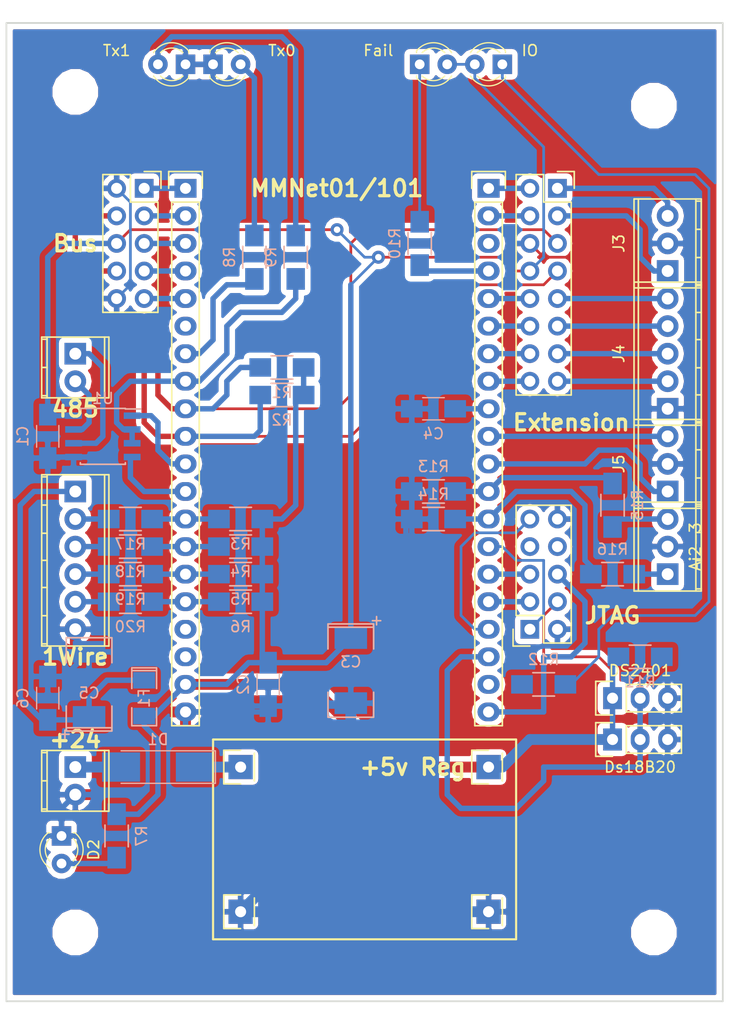
<source format=kicad_pcb>
(kicad_pcb (version 4) (host pcbnew 4.0.7)
  (layers (0 F.Cu signal) (31 B.Cu signal) (34 B.Paste user) (35 F.Paste user) (36 B.SilkS user) (37 F.SilkS user) (38 B.Mask user) (39 F.Mask user) (44 Edge.Cuts user))
  (net 0 "")
  (net 1 +5V)
  (net 2 GND)
  (net 3 /ARef)
  (net 4 "Net-(C5-Pad1)")
  (net 5 "Net-(D1-Pad1)")
  (net 6 "Net-(D1-Pad2)")
  (net 7 "Net-(D2-Pad2)")
  (net 8 "Net-(D3-Pad2)")
  (net 9 "Net-(D4-Pad2)")
  (net 10 "Net-(D5-Pad1)")
  (net 11 "Net-(D6-Pad1)")
  (net 12 "Net-(J2-Pad2)")
  (net 13 "Net-(J2-Pad1)")
  (net 14 "Net-(J3-Pad3)")
  (net 15 "Net-(J3-Pad1)")
  (net 16 "Net-(J4-Pad4)")
  (net 17 "Net-(J4-Pad2)")
  (net 18 "Net-(J4-Pad3)")
  (net 19 "Net-(J4-Pad5)")
  (net 20 /ADC0)
  (net 21 /ADC1)
  (net 22 "Net-(J6-Pad3)")
  (net 23 "Net-(J6-Pad1)")
  (net 24 "Net-(J7-Pad4)")
  (net 25 "Net-(J7-Pad2)")
  (net 26 "Net-(J7-Pad3)")
  (net 27 "Net-(J7-Pad5)")
  (net 28 /~SS0)
  (net 29 /I2C_SDA)
  (net 30 /SPI_SCK)
  (net 31 /SPI_MOSI)
  (net 32 /I2C_SCL)
  (net 33 /SPI_MISO)
  (net 34 /~SS1)
  (net 35 /TxE0)
  (net 36 /TxE1)
  (net 37 /RxD1)
  (net 38 /TxD1)
  (net 39 /1Wire_B0)
  (net 40 /1Wire_B1)
  (net 41 /1Wire_B2)
  (net 42 /1Wire_B3)
  (net 43 /LED_Fail)
  (net 44 /TxD0)
  (net 45 /RxD0)
  (net 46 /ADC2)
  (net 47 /ADC3)
  (net 48 /ADC4/TCK)
  (net 49 /ADC5/TMS)
  (net 50 /ADC6/TDO)
  (net 51 /ADC7/TDI)
  (net 52 /1Wire)
  (net 53 /LED_Io)
  (net 54 /~Reset)
  (net 55 "Net-(P10-Pad2)")
  (net 56 "Net-(P10-Pad4)")
  (net 57 "Net-(P10-Pad10)")
  (net 58 "Net-(P10-Pad12)")
  (module Capacitors_SMD:C_1206_HandSoldering (layer B.Cu) (at 107.95 80.01 270)
    (fp_text reference C1 (at 0 2.3 270) (layer B.SilkS) (effects (justify mirror)))
    (fp_text value 0,1)
    (pad 1 smd rect (at -2 0 270) (size 2 1.6) (layers B.Cu B.Paste B.Mask) (net 1 +5V))
    (pad 2 smd rect (at 2 0 270) (size 2 1.6) (layers B.Cu B.Paste B.Mask) (net 2 GND))
  )
  (module Capacitors_SMD:C_1206_HandSoldering (layer B.Cu) (at 128.27 102.87 270)
    (fp_text reference C2 (at 0 2.3 270) (layer B.SilkS) (effects (justify mirror)))
    (fp_text value 0,1)
    (pad 1 smd rect (at -2 0 270) (size 2 1.6) (layers B.Cu B.Paste B.Mask) (net 1 +5V))
    (pad 2 smd rect (at 2 0 270) (size 2 1.6) (layers B.Cu B.Paste B.Mask) (net 2 GND))
  )
  (module SMD_Packages:SMD-2512_Pol (layer B.Cu) (at 135.89 101.6 270)
    (fp_text reference C3 (at -0.8001 0 540) (layer B.SilkS) (effects (justify mirror)))
    (fp_text value 100,0)
    (fp_text user + (at -4.59994 -2.30124 270) (layer B.SilkS) (effects (justify mirror)))
    (pad 1 smd rect (at -2.99974 0 270) (size 1.99898 2.99974) (layers B.Cu B.Paste B.Mask) (net 1 +5V))
    (pad 2 smd rect (at 2.99974 0 270) (size 1.99898 2.99974) (layers B.Cu B.Paste B.Mask) (net 2 GND))
  )
  (module Capacitors_SMD:C_1206_HandSoldering (layer B.Cu) (at 143.51 77.47)
    (fp_text reference C4 (at 0 2.3) (layer B.SilkS) (effects (justify mirror)))
    (fp_text value 0,1)
    (pad 1 smd rect (at -2 0) (size 2 1.6) (layers B.Cu B.Paste B.Mask) (net 2 GND))
    (pad 2 smd rect (at 2 0) (size 2 1.6) (layers B.Cu B.Paste B.Mask) (net 3 /ARef))
  )
  (module SMD_Packages:SMD-2512_Pol (layer B.Cu) (at 111.76 102.87 90)
    (fp_text reference C5 (at -0.8001 0 360) (layer B.SilkS) (effects (justify mirror)))
    (fp_text value 10,0)
    (fp_text user + (at -4.59994 -2.30124 90) (layer B.SilkS) (effects (justify mirror)))
    (pad 1 smd rect (at -2.99974 0 90) (size 1.99898 2.99974) (layers B.Cu B.Paste B.Mask) (net 4 "Net-(C5-Pad1)"))
    (pad 2 smd rect (at 2.99974 0 90) (size 1.99898 2.99974) (layers B.Cu B.Paste B.Mask) (net 2 GND))
  )
  (module Capacitors_SMD:C_1206_HandSoldering (layer B.Cu) (at 107.95 104.14 270)
    (fp_text reference C6 (at 0 2.3 270) (layer B.SilkS) (effects (justify mirror)))
    (fp_text value 0,1)
    (pad 1 smd rect (at -2 0 270) (size 2 1.6) (layers B.Cu B.Paste B.Mask) (net 2 GND))
    (pad 2 smd rect (at 2 0 270) (size 2 1.6) (layers B.Cu B.Paste B.Mask) (net 4 "Net-(C5-Pad1)"))
  )
  (module Diodes_SMD:D_MELF_Handsoldering (layer B.Cu) (at 118.11 110.49 180)
    (fp_text reference D1 (at 0 2.54 180) (layer B.SilkS) (effects (justify mirror)))
    (fp_text value D)
    (pad 1 smd rect (at -3.4 0 180) (size 3.5 2.7) (layers B.Cu B.Paste B.Mask) (net 5 "Net-(D1-Pad1)"))
    (pad 2 smd rect (at 3.4 0 180) (size 3.5 2.7) (layers B.Cu B.Paste B.Mask) (net 6 "Net-(D1-Pad2)"))
  )
  (module SMD_Packages:SMD-1206_Pol (layer B.Cu) (at 116.84 104.14 270)
    (fp_text reference F1 (at 0 0 270) (layer B.SilkS) (effects (justify mirror)))
    (fp_text value 0,1A)
    (pad 1 smd rect (at -1.651 0 270) (size 1.524 2.032) (layers B.Cu B.Paste B.Mask) (net 4 "Net-(C5-Pad1)"))
    (pad 2 smd rect (at 1.651 0 270) (size 1.524 2.032) (layers B.Cu B.Paste B.Mask) (net 1 +5V))
  )
  (module Connectors_Terminal_Blocks:TerminalBlock_Pheonix_MPT-2.54mm_2pol (layer F.Cu) (at 110.49 110.49 270)
    (fp_text reference J1 hide)
    (fp_text value 24V)
    (pad 2 thru_hole oval (at 2.54 0 270) (size 1.99898 1.99898) (drill 1.09728) (layers *.Cu *.Mask) (net 2 GND))
    (pad 1 thru_hole rect (at 0 0 270) (size 1.99898 1.99898) (drill 1.09728) (layers *.Cu *.Mask) (net 6 "Net-(D1-Pad2)"))
  )
  (module Connectors_Terminal_Blocks:TerminalBlock_Pheonix_MPT-2.54mm_2pol (layer F.Cu) (at 110.49 72.39 270)
    (fp_text reference J2 hide)
    (fp_text value RS485)
    (pad 2 thru_hole oval (at 2.54 0 270) (size 1.99898 1.99898) (drill 1.09728) (layers *.Cu *.Mask) (net 12 "Net-(J2-Pad2)"))
    (pad 1 thru_hole rect (at 0 0 270) (size 1.99898 1.99898) (drill 1.09728) (layers *.Cu *.Mask) (net 13 "Net-(J2-Pad1)"))
  )
  (module Connectors_Terminal_Blocks:TerminalBlock_Pheonix_MPT-2.54mm_3pol (layer F.Cu) (at 165.1 64.77 90)
    (fp_text reference J3 (at 2.54 -4.50088 90) (layer F.SilkS))
    (fp_text value Ext_IO_0)
    (pad 3 thru_hole oval (at 5.08 0 90) (size 1.99898 1.99898) (drill 1.09728) (layers *.Cu *.Mask) (net 14 "Net-(J3-Pad3)"))
    (pad 1 thru_hole rect (at 0 0 90) (size 1.99898 1.99898) (drill 1.09728) (layers *.Cu *.Mask) (net 15 "Net-(J3-Pad1)"))
    (pad 2 thru_hole oval (at 2.54 0 90) (size 1.99898 1.99898) (drill 1.09728) (layers *.Cu *.Mask) (net 2 GND))
  )
  (module Connectors_Terminal_Blocks:TerminalBlock_Pheonix_MPT-2.54mm_5pol (layer F.Cu) (at 165.1 77.47 90)
    (fp_text reference J4 (at 5.08 -4.50088 90) (layer F.SilkS))
    (fp_text value Ext_IO_1)
    (pad 4 thru_hole oval (at 7.62 0 270) (size 1.99898 1.99898) (drill 1.09728) (layers *.Cu *.Mask) (net 16 "Net-(J4-Pad4)"))
    (pad 1 thru_hole rect (at 0 0 270) (size 1.99898 1.99898) (drill 1.09728) (layers *.Cu *.Mask) (net 2 GND))
    (pad 2 thru_hole oval (at 2.54 0 270) (size 1.99898 1.99898) (drill 1.09728) (layers *.Cu *.Mask) (net 17 "Net-(J4-Pad2)"))
    (pad 3 thru_hole oval (at 5.08 0 270) (size 1.99898 1.99898) (drill 1.09728) (layers *.Cu *.Mask) (net 18 "Net-(J4-Pad3)"))
    (pad 5 thru_hole oval (at 10.16 0 270) (size 1.99898 1.99898) (drill 1.09728) (layers *.Cu *.Mask) (net 19 "Net-(J4-Pad5)"))
  )
  (module Connectors_Terminal_Blocks:TerminalBlock_Pheonix_MPT-2.54mm_3pol (layer F.Cu) (at 165.1 85.09 90)
    (fp_text reference J5 (at 2.54 -4.50088 90) (layer F.SilkS))
    (fp_text value Ai0-1)
    (pad 3 thru_hole oval (at 5.08 0 90) (size 1.99898 1.99898) (drill 1.09728) (layers *.Cu *.Mask) (net 20 /ADC0))
    (pad 1 thru_hole rect (at 0 0 90) (size 1.99898 1.99898) (drill 1.09728) (layers *.Cu *.Mask) (net 21 /ADC1))
    (pad 2 thru_hole oval (at 2.54 0 90) (size 1.99898 1.99898) (drill 1.09728) (layers *.Cu *.Mask) (net 2 GND))
  )
  (module Connectors_Terminal_Blocks:TerminalBlock_Pheonix_MPT-2.54mm_3pol (layer F.Cu) (at 165.1 92.71 90)
    (fp_text reference J6 hide)
    (fp_text value Ai2-3 (at 2.54 2.54 90) (layer F.SilkS))
    (pad 3 thru_hole oval (at 5.08 0 90) (size 1.99898 1.99898) (drill 1.09728) (layers *.Cu *.Mask) (net 22 "Net-(J6-Pad3)"))
    (pad 1 thru_hole rect (at 0 0 90) (size 1.99898 1.99898) (drill 1.09728) (layers *.Cu *.Mask) (net 23 "Net-(J6-Pad1)"))
    (pad 2 thru_hole oval (at 2.54 0 90) (size 1.99898 1.99898) (drill 1.09728) (layers *.Cu *.Mask) (net 2 GND))
  )
  (module Connectors_Terminal_Blocks:TerminalBlock_Pheonix_MPT-2.54mm_6pol (layer F.Cu) (at 110.49 85.09 270)
    (fp_text reference J7 hide)
    (fp_text value 1Wire)
    (pad 4 thru_hole oval (at 7.62 0 90) (size 1.99898 1.99898) (drill 1.09728) (layers *.Cu *.Mask) (net 24 "Net-(J7-Pad4)"))
    (pad 1 thru_hole rect (at 0 0 90) (size 1.99898 1.99898) (drill 1.09728) (layers *.Cu *.Mask) (net 4 "Net-(C5-Pad1)"))
    (pad 2 thru_hole oval (at 2.54 0 90) (size 1.99898 1.99898) (drill 1.09728) (layers *.Cu *.Mask) (net 25 "Net-(J7-Pad2)"))
    (pad 3 thru_hole oval (at 5.08 0 90) (size 1.99898 1.99898) (drill 1.09728) (layers *.Cu *.Mask) (net 26 "Net-(J7-Pad3)"))
    (pad 5 thru_hole oval (at 10.16 0 90) (size 1.99898 1.99898) (drill 1.09728) (layers *.Cu *.Mask) (net 27 "Net-(J7-Pad5)"))
    (pad 6 thru_hole oval (at 12.7 0 90) (size 1.99898 1.99898) (drill 1.09728) (layers *.Cu *.Mask) (net 2 GND))
  )
  (module Socket_Strips:Socket_Strip_Straight_1x01 (layer F.Cu) (at 125.73 110.49)
    (fp_text reference P1 hide)
    (fp_text value VR+In)
    (pad 1 thru_hole rect (at 0 0) (size 2.2352 2.2352) (drill 1.016) (layers *.Cu *.Mask) (net 5 "Net-(D1-Pad1)"))
  )
  (module Socket_Strips:Socket_Strip_Straight_1x01 (layer F.Cu) (at 125.73 123.825)
    (fp_text reference P2 hide)
    (fp_text value VR-In)
    (pad 1 thru_hole rect (at 0 0) (size 2.2352 2.2352) (drill 1.016) (layers *.Cu *.Mask) (net 2 GND))
  )
  (module Socket_Strips:Socket_Strip_Straight_2x05 (layer F.Cu) (at 116.84 57.15 270)
    (fp_text reference P3 hide)
    (fp_text value Bus)
    (pad 1 thru_hole rect (at 0 0 270) (size 1.7272 1.7272) (drill 1.016) (layers *.Cu *.Mask) (net 28 /~SS0))
    (pad 2 thru_hole oval (at 0 2.54 270) (size 1.7272 1.7272) (drill 1.016) (layers *.Cu *.Mask) (net 2 GND))
    (pad 3 thru_hole oval (at 2.54 0 270) (size 1.7272 1.7272) (drill 1.016) (layers *.Cu *.Mask) (net 30 /SPI_SCK))
    (pad 4 thru_hole oval (at 2.54 2.54 270) (size 1.7272 1.7272) (drill 1.016) (layers *.Cu *.Mask) (net 29 /I2C_SDA))
    (pad 5 thru_hole oval (at 5.08 0 270) (size 1.7272 1.7272) (drill 1.016) (layers *.Cu *.Mask) (net 31 /SPI_MOSI))
    (pad 6 thru_hole oval (at 5.08 2.54 270) (size 1.7272 1.7272) (drill 1.016) (layers *.Cu *.Mask) (net 1 +5V))
    (pad 7 thru_hole oval (at 7.62 0 270) (size 1.7272 1.7272) (drill 1.016) (layers *.Cu *.Mask) (net 33 /SPI_MISO))
    (pad 8 thru_hole oval (at 7.62 2.54 270) (size 1.7272 1.7272) (drill 1.016) (layers *.Cu *.Mask) (net 32 /I2C_SCL))
    (pad 9 thru_hole oval (at 10.16 0 270) (size 1.7272 1.7272) (drill 1.016) (layers *.Cu *.Mask) (net 34 /~SS1))
    (pad 10 thru_hole oval (at 10.16 2.54 270) (size 1.7272 1.7272) (drill 1.016) (layers *.Cu *.Mask) (net 2 GND))
  )
  (module Socket_Strips:Socket_Strip_Straight_1x01 (layer F.Cu) (at 148.59 110.49)
    (fp_text reference P4 hide)
    (fp_text value VR+Out)
    (pad 1 thru_hole rect (at 0 0) (size 2.2352 2.2352) (drill 1.016) (layers *.Cu *.Mask) (net 1 +5V))
  )
  (module Socket_Strips:Socket_Strip_Straight_1x01 (layer F.Cu) (at 148.59 123.825)
    (fp_text reference P5 hide)
    (fp_text value VR-Out)
    (pad 1 thru_hole rect (at 0 0) (size 2.2352 2.2352) (drill 1.016) (layers *.Cu *.Mask) (net 2 GND))
  )
  (module Socket_Strips:Socket_Strip_Straight_1x20 (layer F.Cu) (at 120.65 57.15 270)
    (fp_text reference P6 hide)
    (fp_text value MMNet_L)
    (pad 1 thru_hole rect (at 0 0 270) (size 1.7272 2.032) (drill 1.016) (layers *.Cu *.Mask) (net 28 /~SS0))
    (pad 2 thru_hole oval (at 2.54 0 270) (size 1.7272 2.032) (drill 1.016) (layers *.Cu *.Mask) (net 30 /SPI_SCK))
    (pad 3 thru_hole oval (at 5.08 0 270) (size 1.7272 2.032) (drill 1.016) (layers *.Cu *.Mask) (net 31 /SPI_MOSI))
    (pad 4 thru_hole oval (at 7.62 0 270) (size 1.7272 2.032) (drill 1.016) (layers *.Cu *.Mask) (net 33 /SPI_MISO))
    (pad 5 thru_hole oval (at 10.16 0 270) (size 1.7272 2.032) (drill 1.016) (layers *.Cu *.Mask) (net 34 /~SS1))
    (pad 6 thru_hole oval (at 12.7 0 270) (size 1.7272 2.032) (drill 1.016) (layers *.Cu *.Mask))
    (pad 7 thru_hole oval (at 15.24 0 270) (size 1.7272 2.032) (drill 1.016) (layers *.Cu *.Mask) (net 35 /TxE0))
    (pad 8 thru_hole oval (at 17.78 0 270) (size 1.7272 2.032) (drill 1.016) (layers *.Cu *.Mask) (net 36 /TxE1))
    (pad 9 thru_hole oval (at 20.32 0 270) (size 1.7272 2.032) (drill 1.016) (layers *.Cu *.Mask) (net 32 /I2C_SCL))
    (pad 10 thru_hole oval (at 22.86 0 270) (size 1.7272 2.032) (drill 1.016) (layers *.Cu *.Mask) (net 29 /I2C_SDA))
    (pad 11 thru_hole oval (at 25.4 0 270) (size 1.7272 2.032) (drill 1.016) (layers *.Cu *.Mask) (net 37 /RxD1))
    (pad 12 thru_hole oval (at 27.94 0 270) (size 1.7272 2.032) (drill 1.016) (layers *.Cu *.Mask) (net 38 /TxD1))
    (pad 13 thru_hole oval (at 30.48 0 270) (size 1.7272 2.032) (drill 1.016) (layers *.Cu *.Mask) (net 39 /1Wire_B0))
    (pad 14 thru_hole oval (at 33.02 0 270) (size 1.7272 2.032) (drill 1.016) (layers *.Cu *.Mask) (net 40 /1Wire_B1))
    (pad 15 thru_hole oval (at 35.56 0 270) (size 1.7272 2.032) (drill 1.016) (layers *.Cu *.Mask) (net 41 /1Wire_B2))
    (pad 16 thru_hole oval (at 38.1 0 270) (size 1.7272 2.032) (drill 1.016) (layers *.Cu *.Mask) (net 42 /1Wire_B3))
    (pad 17 thru_hole oval (at 40.64 0 270) (size 1.7272 2.032) (drill 1.016) (layers *.Cu *.Mask))
    (pad 18 thru_hole oval (at 43.18 0 270) (size 1.7272 2.032) (drill 1.016) (layers *.Cu *.Mask))
    (pad 19 thru_hole oval (at 45.72 0 270) (size 1.7272 2.032) (drill 1.016) (layers *.Cu *.Mask) (net 1 +5V))
    (pad 20 thru_hole oval (at 48.26 0 270) (size 1.7272 2.032) (drill 1.016) (layers *.Cu *.Mask) (net 2 GND))
  )
  (module Socket_Strips:Socket_Strip_Straight_1x20 (layer F.Cu) (at 148.59 57.15 270)
    (fp_text reference P7 hide)
    (fp_text value MMNet_R)
    (pad 1 thru_hole rect (at 0 0 270) (size 1.7272 2.032) (drill 1.016) (layers *.Cu *.Mask) (net 55 "Net-(P10-Pad2)"))
    (pad 2 thru_hole oval (at 2.54 0 270) (size 1.7272 2.032) (drill 1.016) (layers *.Cu *.Mask) (net 56 "Net-(P10-Pad4)"))
    (pad 3 thru_hole oval (at 5.08 0 270) (size 1.7272 2.032) (drill 1.016) (layers *.Cu *.Mask))
    (pad 4 thru_hole oval (at 7.62 0 270) (size 1.7272 2.032) (drill 1.016) (layers *.Cu *.Mask) (net 43 /LED_Fail))
    (pad 5 thru_hole oval (at 10.16 0 270) (size 1.7272 2.032) (drill 1.016) (layers *.Cu *.Mask) (net 57 "Net-(P10-Pad10)"))
    (pad 6 thru_hole oval (at 12.7 0 270) (size 1.7272 2.032) (drill 1.016) (layers *.Cu *.Mask) (net 58 "Net-(P10-Pad12)"))
    (pad 7 thru_hole oval (at 15.24 0 270) (size 1.7272 2.032) (drill 1.016) (layers *.Cu *.Mask) (net 44 /TxD0))
    (pad 8 thru_hole oval (at 17.78 0 270) (size 1.7272 2.032) (drill 1.016) (layers *.Cu *.Mask) (net 45 /RxD0))
    (pad 9 thru_hole oval (at 20.32 0 270) (size 1.7272 2.032) (drill 1.016) (layers *.Cu *.Mask) (net 3 /ARef))
    (pad 10 thru_hole oval (at 22.86 0 270) (size 1.7272 2.032) (drill 1.016) (layers *.Cu *.Mask) (net 20 /ADC0))
    (pad 11 thru_hole oval (at 25.4 0 270) (size 1.7272 2.032) (drill 1.016) (layers *.Cu *.Mask) (net 21 /ADC1))
    (pad 12 thru_hole oval (at 27.94 0 270) (size 1.7272 2.032) (drill 1.016) (layers *.Cu *.Mask) (net 46 /ADC2))
    (pad 13 thru_hole oval (at 30.48 0 270) (size 1.7272 2.032) (drill 1.016) (layers *.Cu *.Mask) (net 47 /ADC3))
    (pad 14 thru_hole oval (at 33.02 0 270) (size 1.7272 2.032) (drill 1.016) (layers *.Cu *.Mask) (net 48 /ADC4/TCK))
    (pad 15 thru_hole oval (at 35.56 0 270) (size 1.7272 2.032) (drill 1.016) (layers *.Cu *.Mask) (net 49 /ADC5/TMS))
    (pad 16 thru_hole oval (at 38.1 0 270) (size 1.7272 2.032) (drill 1.016) (layers *.Cu *.Mask) (net 50 /ADC6/TDO))
    (pad 17 thru_hole oval (at 40.64 0 270) (size 1.7272 2.032) (drill 1.016) (layers *.Cu *.Mask) (net 51 /ADC7/TDI))
    (pad 18 thru_hole oval (at 43.18 0 270) (size 1.7272 2.032) (drill 1.016) (layers *.Cu *.Mask) (net 52 /1Wire))
    (pad 19 thru_hole oval (at 45.72 0 270) (size 1.7272 2.032) (drill 1.016) (layers *.Cu *.Mask) (net 53 /LED_Io))
    (pad 20 thru_hole oval (at 48.26 0 270) (size 1.7272 2.032) (drill 1.016) (layers *.Cu *.Mask) (net 54 /~Reset))
  )
  (module Socket_Strips:Socket_Strip_Straight_1x03 (layer F.Cu) (at 160.02 104.14)
    (fp_text reference P8 hide)
    (fp_text value DS2401 (at 2.54 -2.54) (layer F.SilkS))
    (pad 1 thru_hole rect (at 0 0) (size 1.7272 2.032) (drill 1.016) (layers *.Cu *.Mask) (net 1 +5V))
    (pad 2 thru_hole oval (at 2.54 0) (size 1.7272 2.032) (drill 1.016) (layers *.Cu *.Mask) (net 52 /1Wire))
    (pad 3 thru_hole oval (at 5.08 0) (size 1.7272 2.032) (drill 1.016) (layers *.Cu *.Mask) (net 2 GND))
  )
  (module Socket_Strips:Socket_Strip_Straight_1x03 (layer F.Cu) (at 160.02 107.95)
    (fp_text reference P9 hide)
    (fp_text value Ds18B20 (at 2.54 2.54) (layer F.SilkS))
    (pad 1 thru_hole rect (at 0 0) (size 1.7272 2.032) (drill 1.016) (layers *.Cu *.Mask) (net 1 +5V))
    (pad 2 thru_hole oval (at 2.54 0) (size 1.7272 2.032) (drill 1.016) (layers *.Cu *.Mask) (net 52 /1Wire))
    (pad 3 thru_hole oval (at 5.08 0) (size 1.7272 2.032) (drill 1.016) (layers *.Cu *.Mask) (net 2 GND))
  )
  (module Socket_Strips:Socket_Strip_Straight_2x08 (layer F.Cu) (at 154.94 57.15 270)
    (fp_text reference P10 hide)
    (fp_text value Extension)
    (pad 1 thru_hole rect (at 0 0 270) (size 1.7272 1.7272) (drill 1.016) (layers *.Cu *.Mask) (net 14 "Net-(J3-Pad3)"))
    (pad 2 thru_hole oval (at 0 2.54 270) (size 1.7272 1.7272) (drill 1.016) (layers *.Cu *.Mask) (net 55 "Net-(P10-Pad2)"))
    (pad 3 thru_hole oval (at 2.54 0 270) (size 1.7272 1.7272) (drill 1.016) (layers *.Cu *.Mask) (net 15 "Net-(J3-Pad1)"))
    (pad 4 thru_hole oval (at 2.54 2.54 270) (size 1.7272 1.7272) (drill 1.016) (layers *.Cu *.Mask) (net 56 "Net-(P10-Pad4)"))
    (pad 5 thru_hole oval (at 5.08 0 270) (size 1.7272 1.7272) (drill 1.016) (layers *.Cu *.Mask) (net 32 /I2C_SCL))
    (pad 6 thru_hole oval (at 5.08 2.54 270) (size 1.7272 1.7272) (drill 1.016) (layers *.Cu *.Mask) (net 2 GND))
    (pad 7 thru_hole oval (at 7.62 0 270) (size 1.7272 1.7272) (drill 1.016) (layers *.Cu *.Mask) (net 29 /I2C_SDA))
    (pad 8 thru_hole oval (at 7.62 2.54 270) (size 1.7272 1.7272) (drill 1.016) (layers *.Cu *.Mask) (net 1 +5V))
    (pad 9 thru_hole oval (at 10.16 0 270) (size 1.7272 1.7272) (drill 1.016) (layers *.Cu *.Mask) (net 19 "Net-(J4-Pad5)"))
    (pad 10 thru_hole oval (at 10.16 2.54 270) (size 1.7272 1.7272) (drill 1.016) (layers *.Cu *.Mask) (net 57 "Net-(P10-Pad10)"))
    (pad 11 thru_hole oval (at 12.7 0 270) (size 1.7272 1.7272) (drill 1.016) (layers *.Cu *.Mask) (net 16 "Net-(J4-Pad4)"))
    (pad 12 thru_hole oval (at 12.7 2.54 270) (size 1.7272 1.7272) (drill 1.016) (layers *.Cu *.Mask) (net 58 "Net-(P10-Pad12)"))
    (pad 13 thru_hole oval (at 15.24 0 270) (size 1.7272 1.7272) (drill 1.016) (layers *.Cu *.Mask) (net 18 "Net-(J4-Pad3)"))
    (pad 14 thru_hole oval (at 15.24 2.54 270) (size 1.7272 1.7272) (drill 1.016) (layers *.Cu *.Mask) (net 44 /TxD0))
    (pad 15 thru_hole oval (at 17.78 0 270) (size 1.7272 1.7272) (drill 1.016) (layers *.Cu *.Mask) (net 17 "Net-(J4-Pad2)"))
    (pad 16 thru_hole oval (at 17.78 2.54 270) (size 1.7272 1.7272) (drill 1.016) (layers *.Cu *.Mask) (net 45 /RxD0))
  )
  (module Socket_Strips:Socket_Strip_Straight_2x05 (layer F.Cu) (at 152.4 97.79 90)
    (fp_text reference P11 hide)
    (fp_text value JTAG/AnalogExt)
    (pad 1 thru_hole rect (at 0 0 90) (size 1.7272 1.7272) (drill 1.016) (layers *.Cu *.Mask) (net 48 /ADC4/TCK))
    (pad 2 thru_hole oval (at 0 2.54 90) (size 1.7272 1.7272) (drill 1.016) (layers *.Cu *.Mask) (net 2 GND))
    (pad 3 thru_hole oval (at 2.54 0 90) (size 1.7272 1.7272) (drill 1.016) (layers *.Cu *.Mask) (net 50 /ADC6/TDO))
    (pad 4 thru_hole oval (at 2.54 2.54 90) (size 1.7272 1.7272) (drill 1.016) (layers *.Cu *.Mask) (net 1 +5V))
    (pad 5 thru_hole oval (at 5.08 0 90) (size 1.7272 1.7272) (drill 1.016) (layers *.Cu *.Mask) (net 49 /ADC5/TMS))
    (pad 6 thru_hole oval (at 5.08 2.54 90) (size 1.7272 1.7272) (drill 1.016) (layers *.Cu *.Mask) (net 54 /~Reset))
    (pad 7 thru_hole oval (at 7.62 0 90) (size 1.7272 1.7272) (drill 1.016) (layers *.Cu *.Mask))
    (pad 8 thru_hole oval (at 7.62 2.54 90) (size 1.7272 1.7272) (drill 1.016) (layers *.Cu *.Mask))
    (pad 9 thru_hole oval (at 10.16 0 90) (size 1.7272 1.7272) (drill 1.016) (layers *.Cu *.Mask) (net 51 /ADC7/TDI))
    (pad 10 thru_hole oval (at 10.16 2.54 90) (size 1.7272 1.7272) (drill 1.016) (layers *.Cu *.Mask) (net 2 GND))
  )
  (module Resistors_SMD:R_1206_HandSoldering (layer B.Cu) (at 129.54 73.66)
    (fp_text reference R1 (at 0 2.3) (layer B.SilkS) (effects (justify mirror)))
    (fp_text value 4,7k)
    (pad 1 smd rect (at -2 0) (size 2 1.7) (layers B.Cu B.Paste B.Mask) (net 32 /I2C_SCL))
    (pad 2 smd rect (at 2 0) (size 2 1.7) (layers B.Cu B.Paste B.Mask) (net 1 +5V))
  )
  (module Resistors_SMD:R_1206_HandSoldering (layer B.Cu) (at 129.54 76.2)
    (fp_text reference R2 (at 0 2.3) (layer B.SilkS) (effects (justify mirror)))
    (fp_text value 4,7k)
    (pad 1 smd rect (at -2 0) (size 2 1.7) (layers B.Cu B.Paste B.Mask) (net 29 /I2C_SDA))
    (pad 2 smd rect (at 2 0) (size 2 1.7) (layers B.Cu B.Paste B.Mask) (net 1 +5V))
  )
  (module Resistors_SMD:R_1206_HandSoldering (layer B.Cu) (at 125.73 87.63)
    (fp_text reference R3 (at 0 2.3) (layer B.SilkS) (effects (justify mirror)))
    (fp_text value 4,7k)
    (pad 1 smd rect (at -2 0) (size 2 1.7) (layers B.Cu B.Paste B.Mask) (net 39 /1Wire_B0))
    (pad 2 smd rect (at 2 0) (size 2 1.7) (layers B.Cu B.Paste B.Mask) (net 1 +5V))
  )
  (module Resistors_SMD:R_1206_HandSoldering (layer B.Cu) (at 125.73 90.17)
    (fp_text reference R4 (at 0 2.3) (layer B.SilkS) (effects (justify mirror)))
    (fp_text value 4,7k)
    (pad 1 smd rect (at -2 0) (size 2 1.7) (layers B.Cu B.Paste B.Mask) (net 40 /1Wire_B1))
    (pad 2 smd rect (at 2 0) (size 2 1.7) (layers B.Cu B.Paste B.Mask) (net 1 +5V))
  )
  (module Resistors_SMD:R_1206_HandSoldering (layer B.Cu) (at 125.73 92.71)
    (fp_text reference R5 (at 0 2.3) (layer B.SilkS) (effects (justify mirror)))
    (fp_text value 4,7k)
    (pad 1 smd rect (at -2 0) (size 2 1.7) (layers B.Cu B.Paste B.Mask) (net 41 /1Wire_B2))
    (pad 2 smd rect (at 2 0) (size 2 1.7) (layers B.Cu B.Paste B.Mask) (net 1 +5V))
  )
  (module Resistors_SMD:R_1206_HandSoldering (layer B.Cu) (at 125.73 95.25)
    (fp_text reference R6 (at 0 2.3) (layer B.SilkS) (effects (justify mirror)))
    (fp_text value 4,7k)
    (pad 1 smd rect (at -2 0) (size 2 1.7) (layers B.Cu B.Paste B.Mask) (net 42 /1Wire_B3))
    (pad 2 smd rect (at 2 0) (size 2 1.7) (layers B.Cu B.Paste B.Mask) (net 1 +5V))
  )
  (module Resistors_SMD:R_1206_HandSoldering (layer B.Cu) (at 114.3 116.84 90)
    (fp_text reference R7 (at 0 2.3 90) (layer B.SilkS) (effects (justify mirror)))
    (fp_text value 5,6k)
    (pad 1 smd rect (at -2 0 90) (size 2 1.7) (layers B.Cu B.Paste B.Mask) (net 7 "Net-(D2-Pad2)"))
    (pad 2 smd rect (at 2 0 90) (size 2 1.7) (layers B.Cu B.Paste B.Mask) (net 1 +5V))
  )
  (module Resistors_SMD:R_1206_HandSoldering (layer B.Cu) (at 127 63.5 270)
    (fp_text reference R8 (at 0 2.3 270) (layer B.SilkS) (effects (justify mirror)))
    (fp_text value 5,6k)
    (pad 1 smd rect (at -2 0 270) (size 2 1.7) (layers B.Cu B.Paste B.Mask) (net 8 "Net-(D3-Pad2)"))
    (pad 2 smd rect (at 2 0 270) (size 2 1.7) (layers B.Cu B.Paste B.Mask) (net 35 /TxE0))
  )
  (module Resistors_SMD:R_1206_HandSoldering (layer B.Cu) (at 130.81 63.5 270)
    (fp_text reference R9 (at 0 2.3 270) (layer B.SilkS) (effects (justify mirror)))
    (fp_text value 5,6k)
    (pad 1 smd rect (at -2 0 270) (size 2 1.7) (layers B.Cu B.Paste B.Mask) (net 9 "Net-(D4-Pad2)"))
    (pad 2 smd rect (at 2 0 270) (size 2 1.7) (layers B.Cu B.Paste B.Mask) (net 36 /TxE1))
  )
  (module Resistors_SMD:R_1206_HandSoldering (layer B.Cu) (at 142.24 62.23 270)
    (fp_text reference R10 (at 0 2.3 270) (layer B.SilkS) (effects (justify mirror)))
    (fp_text value 5,6k)
    (pad 1 smd rect (at -2 0 270) (size 2 1.7) (layers B.Cu B.Paste B.Mask) (net 10 "Net-(D5-Pad1)"))
    (pad 2 smd rect (at 2 0 270) (size 2 1.7) (layers B.Cu B.Paste B.Mask) (net 43 /LED_Fail))
  )
  (module Resistors_SMD:R_1206_HandSoldering (layer B.Cu) (at 162.56 100.33)
    (fp_text reference R11 (at 0 2.3) (layer B.SilkS) (effects (justify mirror)))
    (fp_text value 4,7k)
    (pad 1 smd rect (at -2 0) (size 2 1.7) (layers B.Cu B.Paste B.Mask) (net 1 +5V))
    (pad 2 smd rect (at 2 0) (size 2 1.7) (layers B.Cu B.Paste B.Mask) (net 52 /1Wire))
  )
  (module Resistors_SMD:R_1206_HandSoldering (layer B.Cu) (at 153.67 102.87 180)
    (fp_text reference R12 (at 0 2.3 180) (layer B.SilkS) (effects (justify mirror)))
    (fp_text value 5,6k)
    (pad 1 smd rect (at -2 0 180) (size 2 1.7) (layers B.Cu B.Paste B.Mask) (net 11 "Net-(D6-Pad1)"))
    (pad 2 smd rect (at 2 0 180) (size 2 1.7) (layers B.Cu B.Paste B.Mask) (net 53 /LED_Io))
  )
  (module Resistors_SMD:R_1206_HandSoldering (layer B.Cu) (at 143.51 85.09 180)
    (fp_text reference R13 (at 0 2.3 180) (layer B.SilkS) (effects (justify mirror)))
    (fp_text value "3k 1%")
    (pad 1 smd rect (at -2 0 180) (size 2 1.7) (layers B.Cu B.Paste B.Mask) (net 46 /ADC2))
    (pad 2 smd rect (at 2 0 180) (size 2 1.7) (layers B.Cu B.Paste B.Mask) (net 2 GND))
  )
  (module Resistors_SMD:R_1206_HandSoldering (layer B.Cu) (at 143.51 87.63 180)
    (fp_text reference R14 (at 0 2.3 180) (layer B.SilkS) (effects (justify mirror)))
    (fp_text value "3k 1%")
    (pad 1 smd rect (at -2 0 180) (size 2 1.7) (layers B.Cu B.Paste B.Mask) (net 47 /ADC3))
    (pad 2 smd rect (at 2 0 180) (size 2 1.7) (layers B.Cu B.Paste B.Mask) (net 2 GND))
  )
  (module Resistors_SMD:R_1206_HandSoldering (layer B.Cu) (at 160.02 86.36 90)
    (fp_text reference R15 (at 0 2.3 90) (layer B.SilkS) (effects (justify mirror)))
    (fp_text value "27k 1%")
    (pad 1 smd rect (at -2 0 90) (size 2 1.7) (layers B.Cu B.Paste B.Mask) (net 22 "Net-(J6-Pad3)"))
    (pad 2 smd rect (at 2 0 90) (size 2 1.7) (layers B.Cu B.Paste B.Mask) (net 46 /ADC2))
  )
  (module Resistors_SMD:R_1206_HandSoldering (layer B.Cu) (at 160.02 92.71 180)
    (fp_text reference R16 (at 0 2.3 180) (layer B.SilkS) (effects (justify mirror)))
    (fp_text value "27k 1%")
    (pad 1 smd rect (at -2 0 180) (size 2 1.7) (layers B.Cu B.Paste B.Mask) (net 23 "Net-(J6-Pad1)"))
    (pad 2 smd rect (at 2 0 180) (size 2 1.7) (layers B.Cu B.Paste B.Mask) (net 47 /ADC3))
  )
  (module Resistors_SMD:R_1206_HandSoldering (layer B.Cu) (at 115.57 87.63)
    (fp_text reference R17 (at 0 2.3) (layer B.SilkS) (effects (justify mirror)))
    (fp_text value 100)
    (pad 1 smd rect (at -2 0) (size 2 1.7) (layers B.Cu B.Paste B.Mask) (net 25 "Net-(J7-Pad2)"))
    (pad 2 smd rect (at 2 0) (size 2 1.7) (layers B.Cu B.Paste B.Mask) (net 39 /1Wire_B0))
  )
  (module Resistors_SMD:R_1206_HandSoldering (layer B.Cu) (at 115.57 90.17)
    (fp_text reference R18 (at 0 2.3) (layer B.SilkS) (effects (justify mirror)))
    (fp_text value 100)
    (pad 1 smd rect (at -2 0) (size 2 1.7) (layers B.Cu B.Paste B.Mask) (net 26 "Net-(J7-Pad3)"))
    (pad 2 smd rect (at 2 0) (size 2 1.7) (layers B.Cu B.Paste B.Mask) (net 40 /1Wire_B1))
  )
  (module Resistors_SMD:R_1206_HandSoldering (layer B.Cu) (at 115.57 92.71)
    (fp_text reference R19 (at 0 2.3) (layer B.SilkS) (effects (justify mirror)))
    (fp_text value 100)
    (pad 1 smd rect (at -2 0) (size 2 1.7) (layers B.Cu B.Paste B.Mask) (net 24 "Net-(J7-Pad4)"))
    (pad 2 smd rect (at 2 0) (size 2 1.7) (layers B.Cu B.Paste B.Mask) (net 41 /1Wire_B2))
  )
  (module Resistors_SMD:R_1206_HandSoldering (layer B.Cu) (at 115.57 95.25)
    (fp_text reference R20 (at 0 2.3) (layer B.SilkS) (effects (justify mirror)))
    (fp_text value 100)
    (pad 1 smd rect (at -2 0) (size 2 1.7) (layers B.Cu B.Paste B.Mask) (net 27 "Net-(J7-Pad5)"))
    (pad 2 smd rect (at 2 0) (size 2 1.7) (layers B.Cu B.Paste B.Mask) (net 42 /1Wire_B3))
  )
  (module Housings_SOIC:SOIC-8_3.9x4.9mm_Pitch1.27mm (layer B.Cu) (at 113.03 80.01 180)
    (fp_text reference U1 (at 0 3.5 180) (layer B.SilkS) (effects (justify mirror)))
    (fp_text value SP3485CN)
    (pad 1 smd rect (at -2.7 1.905 180) (size 1.55 0.6) (layers B.Cu B.Paste B.Mask) (net 37 /RxD1))
    (pad 2 smd rect (at -2.7 0.635 180) (size 1.55 0.6) (layers B.Cu B.Paste B.Mask) (net 36 /TxE1))
    (pad 3 smd rect (at -2.7 -0.635 180) (size 1.55 0.6) (layers B.Cu B.Paste B.Mask) (net 36 /TxE1))
    (pad 4 smd rect (at -2.7 -1.905 180) (size 1.55 0.6) (layers B.Cu B.Paste B.Mask) (net 38 /TxD1))
    (pad 5 smd rect (at 2.7 -1.905 180) (size 1.55 0.6) (layers B.Cu B.Paste B.Mask) (net 2 GND))
    (pad 6 smd rect (at 2.7 -0.635 180) (size 1.55 0.6) (layers B.Cu B.Paste B.Mask) (net 13 "Net-(J2-Pad1)"))
    (pad 7 smd rect (at 2.7 0.635 180) (size 1.55 0.6) (layers B.Cu B.Paste B.Mask) (net 12 "Net-(J2-Pad2)"))
    (pad 8 smd rect (at 2.7 1.905 180) (size 1.55 0.6) (layers B.Cu B.Paste B.Mask) (net 1 +5V))
  )
  (module LEDs:LED_D3.0mm (layer F.Cu) (at 109.22 116.84 270)
    (fp_text reference D2 (at 1.27 -2.96 270) (layer F.SilkS))
    (fp_text value Pwr)
    (pad 1 thru_hole rect (at 0 0 270) (size 1.8 1.8) (drill 0.9) (layers *.Cu *.Mask) (net 2 GND))
    (pad 2 thru_hole circle (at 2.54 0 270) (size 1.8 1.8) (drill 0.9) (layers *.Cu *.Mask) (net 7 "Net-(D2-Pad2)"))
  )
  (module LEDs:LED_D3.0mm (layer F.Cu) (at 123.19 45.72)
    (fp_text reference D3 hide)
    (fp_text value Tx0 (at 6.35 -1.27) (layer F.SilkS))
    (pad 1 thru_hole rect (at 0 0) (size 1.8 1.8) (drill 0.9) (layers *.Cu *.Mask) (net 2 GND))
    (pad 2 thru_hole circle (at 2.54 0) (size 1.8 1.8) (drill 0.9) (layers *.Cu *.Mask) (net 8 "Net-(D3-Pad2)"))
  )
  (module LEDs:LED_D3.0mm (layer F.Cu) (at 120.65 45.72 180)
    (fp_text reference D4 hide)
    (fp_text value Tx1 (at 6.35 1.27 180) (layer F.SilkS))
    (pad 1 thru_hole rect (at 0 0 180) (size 1.8 1.8) (drill 0.9) (layers *.Cu *.Mask) (net 2 GND))
    (pad 2 thru_hole circle (at 2.54 0 180) (size 1.8 1.8) (drill 0.9) (layers *.Cu *.Mask) (net 9 "Net-(D4-Pad2)"))
  )
  (module LEDs:LED_D3.0mm (layer F.Cu) (at 142.24 45.72)
    (fp_text reference D5 hide)
    (fp_text value Fail (at -3.81 -1.27) (layer F.SilkS))
    (pad 1 thru_hole rect (at 0 0) (size 1.8 1.8) (drill 0.9) (layers *.Cu *.Mask) (net 10 "Net-(D5-Pad1)"))
    (pad 2 thru_hole circle (at 2.54 0) (size 1.8 1.8) (drill 0.9) (layers *.Cu *.Mask) (net 1 +5V))
  )
  (module LEDs:LED_D3.0mm (layer F.Cu) (at 149.86 45.72 180)
    (fp_text reference D6 hide)
    (fp_text value IO (at -2.54 1.27 180) (layer F.SilkS))
    (pad 1 thru_hole rect (at 0 0 180) (size 1.8 1.8) (drill 0.9) (layers *.Cu *.Mask) (net 11 "Net-(D6-Pad1)"))
    (pad 2 thru_hole circle (at 2.54 0 180) (size 1.8 1.8) (drill 0.9) (layers *.Cu *.Mask) (net 1 +5V))
  )
  (module Mounting_Holes:MountingHole_3.2mm_M3 (layer F.Cu) (at 163.83 49.53)
    (fp_text reference REF** hide)
    (fp_text value MountingHole_3.2mm_M3)
    (pad 1 np_thru_hole circle (at 0 0) (size 3.2 3.2) (drill 3.2) (layers *.Cu *.Mask))
  )
  (module Mounting_Holes:MountingHole_3.2mm_M3 (layer F.Cu) (at 110.49 48.26)
    (fp_text reference REF** hide)
    (fp_text value MountingHole_3.2mm_M3)
    (pad 1 np_thru_hole circle (at 0 0) (size 3.2 3.2) (drill 3.2) (layers *.Cu *.Mask))
  )
  (module Mounting_Holes:MountingHole_3.2mm_M3 (layer F.Cu) (at 110.49 125.73)
    (fp_text reference REF** hide)
    (fp_text value MountingHole_3.2mm_M3)
    (pad 1 np_thru_hole circle (at 0 0) (size 3.2 3.2) (drill 3.2) (layers *.Cu *.Mask))
  )
  (module Mounting_Holes:MountingHole_3.2mm_M3 (layer F.Cu) (at 163.83 125.73)
    (fp_text reference REF** hide)
    (fp_text value MountingHole_3.2mm_M3)
    (pad 1 np_thru_hole circle (at 0 0) (size 3.2 3.2) (drill 3.2) (layers *.Cu *.Mask))
  )
  (gr_line (start 170.18 41.91) (end 170.18 132.08) (angle 90) (layer Edge.Cuts) (width 0.15))
  (gr_line (start 104.14 41.91) (end 104.14 132.08) (angle 90) (layer Edge.Cuts) (width 0.15))
  (gr_line (start 170.18 132.08) (end 104.14 132.08) (angle 90) (layer Edge.Cuts) (width 0.15))
  (gr_line (start 104.14 41.91) (end 170.18 41.91) (angle 90) (layer Edge.Cuts) (width 0.15))
  (gr_text 1Wire (at 110.49 100.33) (layer F.SilkS) (effects (font (size 1.5 1.5) (thickness 0.3))))
  (gr_text +24 (at 110.49 107.95) (layer F.SilkS) (effects (font (size 1.5 1.5) (thickness 0.3))))
  (gr_text 485 (at 110.49 77.47) (layer F.SilkS) (effects (font (size 1.5 1.5) (thickness 0.3))))
  (gr_text Bus (at 110.49 62.23) (layer F.SilkS) (effects (font (size 1.5 1.5) (thickness 0.3))))
  (gr_text Extension (at 156.21 78.74) (layer F.SilkS) (effects (font (size 1.5 1.5) (thickness 0.3))))
  (gr_text JTAG (at 160.02 96.52) (layer F.SilkS) (effects (font (size 1.5 1.5) (thickness 0.3))))
  (gr_text MMNet01/101 (at 134.62 57.15) (layer F.SilkS) (effects (font (size 1.5 1.5) (thickness 0.3))))
  (gr_text "+5v Reg" (at 141.605 110.49) (layer F.SilkS) (effects (font (size 1.5 1.5) (thickness 0.3))))
  (gr_line (start 123.19 126.365) (end 123.19 107.95) (angle 90) (layer F.SilkS) (width 0.2))
  (gr_line (start 151.13 126.365) (end 123.19 126.365) (angle 90) (layer F.SilkS) (width 0.2))
  (gr_line (start 151.13 107.95) (end 151.13 126.365) (angle 90) (layer F.SilkS) (width 0.2))
  (gr_line (start 123.19 107.95) (end 151.13 107.95) (angle 90) (layer F.SilkS) (width 0.2))
  (segment (start 153.67 53.34) (end 147.32 46.99) (width 0.25) (layer B.Cu) (net 1))
  (segment (start 147.32 46.99) (end 147.32 45.72) (width 0.25) (layer B.Cu) (net 1))
  (segment (start 147.32 45.72) (end 144.78 45.72) (width 0.25) (layer B.Cu) (net 1))
  (segment (start 116.84 105.791) (end 116.84 106.68) (width 0.5) (layer B.Cu) (net 1))
  (segment (start 116.3 114.84) (end 114.3 114.84) (width 0.5) (layer B.Cu) (net 1))
  (segment (start 118.11 113.03) (end 116.3 114.84) (width 0.5) (layer B.Cu) (net 1))
  (segment (start 118.11 107.95) (end 118.11 113.03) (width 0.5) (layer B.Cu) (net 1))
  (segment (start 116.84 106.68) (end 118.11 107.95) (width 0.5) (layer B.Cu) (net 1))
  (segment (start 153.67 100.33) (end 158.75 100.33) (width 0.25) (layer F.Cu) (net 1))
  (segment (start 160.02 101.6) (end 160.02 104.14) (width 0.25) (layer F.Cu) (net 1))
  (segment (start 158.75 100.33) (end 160.02 101.6) (width 0.25) (layer F.Cu) (net 1))
  (segment (start 120.65 102.87) (end 132.08 102.87) (width 1) (layer F.Cu) (net 1))
  (segment (start 139.7 110.49) (end 148.59 110.49) (width 1) (layer F.Cu) (net 1))
  (segment (start 132.08 102.87) (end 139.7 110.49) (width 1) (layer F.Cu) (net 1))
  (segment (start 148.59 110.49) (end 149.86 110.49) (width 1) (layer B.Cu) (net 1))
  (segment (start 149.86 110.49) (end 152.4 107.95) (width 1) (layer B.Cu) (net 1))
  (segment (start 152.4 107.95) (end 160.02 107.95) (width 1) (layer B.Cu) (net 1))
  (segment (start 114.3 62.23) (end 115.57 60.96) (width 0.25) (layer F.Cu) (net 1))
  (segment (start 137.16 63.5) (end 138.43 63.5) (width 0.25) (layer B.Cu) (net 1))
  (segment (start 134.62 60.96) (end 137.16 63.5) (width 0.25) (layer B.Cu) (net 1))
  (via (at 134.62 60.96) (size 1.2) (drill 0.6) (layers F.Cu B.Cu) (net 1))
  (segment (start 115.57 60.96) (end 134.62 60.96) (width 0.25) (layer F.Cu) (net 1))
  (segment (start 153.67 100.33) (end 153.67 96.52) (width 0.25) (layer F.Cu) (net 1))
  (segment (start 154.94 95.25) (end 153.67 96.52) (width 0.25) (layer F.Cu) (net 1))
  (segment (start 152.4 64.77) (end 151.13 64.77) (width 0.25) (layer F.Cu) (net 1))
  (segment (start 151.13 64.77) (end 149.86 63.5) (width 0.25) (layer F.Cu) (net 1))
  (segment (start 149.86 63.5) (end 138.43 63.5) (width 0.25) (layer F.Cu) (net 1))
  (via (at 138.43 63.5) (size 1.2) (drill 0.6) (layers F.Cu B.Cu) (net 1))
  (segment (start 135.89 66.04) (end 135.89 98.60026) (width 0.5) (layer B.Cu) (net 1))
  (segment (start 138.43 63.5) (end 135.89 66.04) (width 0.25) (layer B.Cu) (net 1))
  (segment (start 152.4 64.77) (end 153.67 63.5) (width 0.25) (layer B.Cu) (net 1))
  (segment (start 153.67 54.61) (end 153.67 53.34) (width 0.25) (layer B.Cu) (net 1))
  (segment (start 153.67 63.5) (end 153.67 54.61) (width 0.25) (layer B.Cu) (net 1))
  (segment (start 107.95 78.01) (end 107.95 63.5) (width 0.5) (layer B.Cu) (net 1))
  (segment (start 109.22 62.23) (end 114.3 62.23) (width 0.5) (layer B.Cu) (net 1))
  (segment (start 107.95 63.5) (end 109.22 62.23) (width 0.5) (layer B.Cu) (net 1))
  (segment (start 120.65 102.87) (end 124.46 102.87) (width 0.5) (layer B.Cu) (net 1))
  (segment (start 126.46 100.87) (end 128.27 100.87) (width 0.5) (layer B.Cu) (net 1))
  (segment (start 124.46 102.87) (end 126.46 100.87) (width 0.5) (layer B.Cu) (net 1))
  (segment (start 127.73 95.25) (end 127.73 100.33) (width 0.5) (layer B.Cu) (net 1))
  (segment (start 127.73 100.33) (end 128.27 100.87) (width 0.5) (layer B.Cu) (net 1))
  (segment (start 128.27 100.87) (end 133.62026 100.87) (width 0.5) (layer B.Cu) (net 1))
  (segment (start 133.62026 100.87) (end 135.89 98.60026) (width 0.5) (layer B.Cu) (net 1))
  (segment (start 131.54 73.66) (end 131.54 76.2) (width 0.5) (layer B.Cu) (net 1))
  (segment (start 131.54 76.2) (end 130.81 76.93) (width 0.5) (layer B.Cu) (net 1))
  (segment (start 130.81 76.93) (end 130.81 86.36) (width 0.5) (layer B.Cu) (net 1))
  (segment (start 130.81 86.36) (end 129.54 87.63) (width 0.5) (layer B.Cu) (net 1))
  (segment (start 129.54 87.63) (end 127.73 87.63) (width 0.5) (layer B.Cu) (net 1))
  (segment (start 110.33 78.105) (end 108.045 78.105) (width 0.5) (layer B.Cu) (net 1))
  (segment (start 108.045 78.105) (end 107.95 78.01) (width 0.5) (layer B.Cu) (net 1))
  (segment (start 116.84 105.791) (end 117.729 105.791) (width 0.5) (layer B.Cu) (net 1))
  (segment (start 117.729 105.791) (end 120.65 102.87) (width 0.5) (layer B.Cu) (net 1))
  (segment (start 127.73 87.63) (end 127.73 90.17) (width 0.5) (layer B.Cu) (net 1))
  (segment (start 127.73 90.17) (end 127.73 92.71) (width 0.5) (layer B.Cu) (net 1))
  (segment (start 127.73 92.71) (end 127.73 95.25) (width 0.5) (layer B.Cu) (net 1))
  (segment (start 160.02 104.14) (end 160.02 100.87) (width 0.5) (layer B.Cu) (net 1))
  (segment (start 160.02 100.87) (end 160.56 100.33) (width 0.5) (layer B.Cu) (net 1))
  (segment (start 160.02 107.95) (end 160.02 104.14) (width 0.5) (layer B.Cu) (net 1))
  (segment (start 114.3 57.15) (end 114.3 53.34) (width 0.5) (layer B.Cu) (net 2))
  (segment (start 114.3 53.34) (end 120.65 46.99) (width 0.5) (layer B.Cu) (net 2))
  (segment (start 120.65 46.99) (end 120.65 45.72) (width 0.5) (layer B.Cu) (net 2))
  (segment (start 120.65 45.72) (end 123.19 45.72) (width 0.5) (layer B.Cu) (net 2))
  (segment (start 120.65 111.76) (end 120.65 105.41) (width 1) (layer F.Cu) (net 2))
  (segment (start 119.38 113.03) (end 120.65 111.76) (width 1) (layer F.Cu) (net 2))
  (segment (start 110.49 113.03) (end 119.38 113.03) (width 1) (layer F.Cu) (net 2))
  (segment (start 120.65 105.41) (end 114.3 105.41) (width 1) (layer F.Cu) (net 2))
  (segment (start 114.3 105.41) (end 110.49 101.6) (width 1) (layer F.Cu) (net 2))
  (segment (start 110.49 101.6) (end 110.49 97.79) (width 1) (layer F.Cu) (net 2))
  (segment (start 107.95 82.01) (end 106.14 82.01) (width 0.5) (layer B.Cu) (net 2))
  (segment (start 106.68 57.15) (end 114.3 57.15) (width 0.5) (layer B.Cu) (net 2))
  (segment (start 105.41 58.42) (end 106.68 57.15) (width 0.5) (layer B.Cu) (net 2))
  (segment (start 105.41 81.28) (end 105.41 58.42) (width 0.5) (layer B.Cu) (net 2))
  (segment (start 106.14 82.01) (end 105.41 81.28) (width 0.5) (layer B.Cu) (net 2))
  (segment (start 110.49 97.79) (end 110.49 98.60026) (width 0.5) (layer B.Cu) (net 2))
  (segment (start 110.49 98.60026) (end 111.76 99.87026) (width 0.5) (layer B.Cu) (net 2))
  (segment (start 107.95 102.14) (end 109.49026 102.14) (width 0.5) (layer B.Cu) (net 2))
  (segment (start 109.49026 102.14) (end 111.76 99.87026) (width 0.5) (layer B.Cu) (net 2))
  (segment (start 109.22 116.84) (end 109.22 114.3) (width 0.5) (layer B.Cu) (net 2))
  (segment (start 109.22 114.3) (end 110.49 113.03) (width 0.5) (layer B.Cu) (net 2))
  (segment (start 135.89 104.59974) (end 135.89 113.665) (width 1) (layer B.Cu) (net 2))
  (segment (start 135.89 113.665) (end 125.73 123.825) (width 1) (layer B.Cu) (net 2))
  (segment (start 148.59 123.825) (end 125.73 123.825) (width 1) (layer B.Cu) (net 2))
  (segment (start 165.1 104.14) (end 167.64 104.14) (width 0.5) (layer F.Cu) (net 2))
  (segment (start 167.64 90.17) (end 165.1 90.17) (width 0.5) (layer F.Cu) (net 2))
  (segment (start 168.91 91.44) (end 167.64 90.17) (width 0.5) (layer F.Cu) (net 2))
  (segment (start 168.91 102.87) (end 168.91 91.44) (width 0.5) (layer F.Cu) (net 2))
  (segment (start 167.64 104.14) (end 168.91 102.87) (width 0.5) (layer F.Cu) (net 2))
  (segment (start 165.1 90.17) (end 157.48 90.17) (width 0.5) (layer F.Cu) (net 2))
  (segment (start 154.94 97.79) (end 156.21 97.79) (width 0.5) (layer F.Cu) (net 2))
  (segment (start 156.21 97.79) (end 157.48 96.52) (width 0.5) (layer F.Cu) (net 2))
  (segment (start 157.48 96.52) (end 157.48 90.17) (width 0.5) (layer F.Cu) (net 2))
  (segment (start 156.21 87.63) (end 154.94 87.63) (width 0.5) (layer F.Cu) (net 2))
  (segment (start 157.48 90.17) (end 157.48 88.9) (width 0.5) (layer F.Cu) (net 2))
  (segment (start 157.48 88.9) (end 156.21 87.63) (width 0.5) (layer F.Cu) (net 2))
  (segment (start 152.4 62.23) (end 153.67 63.5) (width 0.25) (layer F.Cu) (net 2))
  (segment (start 163.83 62.23) (end 165.1 62.23) (width 0.25) (layer F.Cu) (net 2))
  (segment (start 162.56 63.5) (end 163.83 62.23) (width 0.25) (layer F.Cu) (net 2))
  (segment (start 153.67 63.5) (end 162.56 63.5) (width 0.25) (layer F.Cu) (net 2))
  (segment (start 114.3 67.31) (end 115.57 66.04) (width 0.25) (layer B.Cu) (net 2))
  (segment (start 115.57 66.04) (end 115.57 58.42) (width 0.25) (layer B.Cu) (net 2))
  (segment (start 115.57 58.42) (end 114.3 57.15) (width 0.25) (layer B.Cu) (net 2))
  (segment (start 128.27 104.87) (end 135.61974 104.87) (width 0.5) (layer B.Cu) (net 2))
  (segment (start 135.61974 104.87) (end 135.89 104.59974) (width 0.5) (layer B.Cu) (net 2))
  (segment (start 120.65 105.41) (end 127.73 105.41) (width 0.5) (layer B.Cu) (net 2))
  (segment (start 127.73 105.41) (end 128.27 104.87) (width 0.5) (layer B.Cu) (net 2))
  (segment (start 141.51 77.47) (end 141.51 85.09) (width 0.5) (layer B.Cu) (net 2))
  (segment (start 141.51 85.09) (end 141.51 87.63) (width 0.5) (layer B.Cu) (net 2))
  (segment (start 141.51 87.63) (end 140.97 88.17) (width 0.5) (layer B.Cu) (net 2))
  (segment (start 140.97 88.17) (end 140.97 102.87) (width 0.5) (layer B.Cu) (net 2))
  (segment (start 140.97 102.87) (end 139.24026 104.59974) (width 0.5) (layer B.Cu) (net 2))
  (segment (start 139.24026 104.59974) (end 135.89 104.59974) (width 0.5) (layer B.Cu) (net 2))
  (segment (start 110.33 81.915) (end 108.045 81.915) (width 0.5) (layer B.Cu) (net 2))
  (segment (start 108.045 81.915) (end 107.95 82.01) (width 0.5) (layer B.Cu) (net 2))
  (segment (start 165.1 107.95) (end 165.1 104.14) (width 0.5) (layer B.Cu) (net 2))
  (segment (start 167.64 77.47) (end 167.64 62.23) (width 0.5) (layer B.Cu) (net 2))
  (segment (start 167.64 62.23) (end 165.1 62.23) (width 0.5) (layer B.Cu) (net 2))
  (segment (start 167.64 82.55) (end 167.64 77.47) (width 0.5) (layer B.Cu) (net 2))
  (segment (start 167.64 77.47) (end 165.1 77.47) (width 0.5) (layer B.Cu) (net 2))
  (segment (start 165.1 90.17) (end 167.64 90.17) (width 0.5) (layer B.Cu) (net 2))
  (segment (start 167.64 90.17) (end 167.64 82.55) (width 0.5) (layer B.Cu) (net 2))
  (segment (start 167.64 82.55) (end 165.1 82.55) (width 0.5) (layer B.Cu) (net 2))
  (segment (start 148.59 77.47) (end 145.51 77.47) (width 0.5) (layer B.Cu) (net 3))
  (segment (start 107.95 106.14) (end 107.41 106.14) (width 0.5) (layer B.Cu) (net 4))
  (segment (start 107.41 106.14) (end 105.41 104.14) (width 0.5) (layer B.Cu) (net 4))
  (segment (start 106.68 85.09) (end 110.49 85.09) (width 0.5) (layer B.Cu) (net 4))
  (segment (start 105.41 86.36) (end 106.68 85.09) (width 0.5) (layer B.Cu) (net 4))
  (segment (start 105.41 104.14) (end 105.41 86.36) (width 0.5) (layer B.Cu) (net 4))
  (segment (start 107.95 106.14) (end 111.48974 106.14) (width 0.5) (layer B.Cu) (net 4))
  (segment (start 111.48974 106.14) (end 111.76 105.86974) (width 0.5) (layer B.Cu) (net 4))
  (segment (start 116.84 102.489) (end 113.411 102.489) (width 0.5) (layer B.Cu) (net 4))
  (segment (start 111.76 104.14) (end 111.76 105.86974) (width 0.5) (layer B.Cu) (net 4))
  (segment (start 113.411 102.489) (end 111.76 104.14) (width 0.5) (layer B.Cu) (net 4))
  (segment (start 121.51 110.49) (end 125.73 110.49) (width 1) (layer B.Cu) (net 5))
  (segment (start 110.49 110.49) (end 114.71 110.49) (width 1) (layer B.Cu) (net 6))
  (segment (start 109.22 119.38) (end 113.76 119.38) (width 0.5) (layer B.Cu) (net 7))
  (segment (start 113.76 119.38) (end 114.3 118.84) (width 0.5) (layer B.Cu) (net 7))
  (segment (start 127 61.5) (end 127 46.99) (width 0.5) (layer B.Cu) (net 8))
  (segment (start 127 46.99) (end 125.73 45.72) (width 0.5) (layer B.Cu) (net 8))
  (segment (start 118.11 45.72) (end 118.11 44.45) (width 0.5) (layer B.Cu) (net 9))
  (segment (start 118.11 44.45) (end 119.38 43.18) (width 0.5) (layer B.Cu) (net 9))
  (segment (start 119.38 43.18) (end 128.27 43.18) (width 0.5) (layer B.Cu) (net 9))
  (segment (start 128.27 43.18) (end 129.54 43.18) (width 0.5) (layer B.Cu) (net 9))
  (segment (start 129.54 43.18) (end 130.81 44.45) (width 0.5) (layer B.Cu) (net 9))
  (segment (start 130.81 44.45) (end 130.81 61.5) (width 0.5) (layer B.Cu) (net 9))
  (segment (start 142.24 45.72) (end 142.24 60.23) (width 0.25) (layer B.Cu) (net 10))
  (segment (start 157.48 54.61) (end 158.75 55.88) (width 0.25) (layer B.Cu) (net 11))
  (segment (start 149.86 45.72) (end 149.86 46.99) (width 0.25) (layer B.Cu) (net 11))
  (segment (start 149.86 46.99) (end 157.48 54.61) (width 0.25) (layer B.Cu) (net 11))
  (segment (start 158.75 55.88) (end 167.64 55.88) (width 0.25) (layer B.Cu) (net 11))
  (segment (start 167.64 55.88) (end 168.91 57.15) (width 0.25) (layer B.Cu) (net 11))
  (segment (start 155.67 102.87) (end 156.21 102.87) (width 0.25) (layer B.Cu) (net 11))
  (segment (start 156.21 102.87) (end 158.75 100.33) (width 0.25) (layer B.Cu) (net 11))
  (segment (start 158.75 100.33) (end 158.75 97.79) (width 0.25) (layer B.Cu) (net 11))
  (segment (start 158.75 97.79) (end 160.02 96.52) (width 0.25) (layer B.Cu) (net 11))
  (segment (start 160.02 96.52) (end 167.64 96.52) (width 0.25) (layer B.Cu) (net 11))
  (segment (start 167.64 96.52) (end 168.91 95.25) (width 0.25) (layer B.Cu) (net 11))
  (segment (start 168.91 95.25) (end 168.91 57.15) (width 0.25) (layer B.Cu) (net 11))
  (segment (start 110.33 79.375) (end 111.125 79.375) (width 0.5) (layer B.Cu) (net 12))
  (segment (start 111.76 76.2) (end 110.49 74.93) (width 0.5) (layer B.Cu) (net 12))
  (segment (start 111.76 78.74) (end 111.76 76.2) (width 0.5) (layer B.Cu) (net 12))
  (segment (start 111.125 79.375) (end 111.76 78.74) (width 0.5) (layer B.Cu) (net 12))
  (segment (start 110.33 80.645) (end 112.395 80.645) (width 0.5) (layer B.Cu) (net 13))
  (segment (start 111.76 72.39) (end 110.49 72.39) (width 0.5) (layer B.Cu) (net 13))
  (segment (start 113.03 73.66) (end 111.76 72.39) (width 0.5) (layer B.Cu) (net 13))
  (segment (start 113.03 80.01) (end 113.03 73.66) (width 0.5) (layer B.Cu) (net 13))
  (segment (start 112.395 80.645) (end 113.03 80.01) (width 0.5) (layer B.Cu) (net 13))
  (segment (start 154.94 57.15) (end 163.83 57.15) (width 0.5) (layer B.Cu) (net 14))
  (segment (start 165.1 58.42) (end 165.1 59.69) (width 0.5) (layer B.Cu) (net 14))
  (segment (start 163.83 57.15) (end 165.1 58.42) (width 0.5) (layer B.Cu) (net 14))
  (segment (start 154.94 59.69) (end 161.29 59.69) (width 0.5) (layer B.Cu) (net 15))
  (segment (start 163.83 64.77) (end 165.1 64.77) (width 0.5) (layer B.Cu) (net 15))
  (segment (start 162.56 63.5) (end 163.83 64.77) (width 0.5) (layer B.Cu) (net 15))
  (segment (start 162.56 60.96) (end 162.56 63.5) (width 0.5) (layer B.Cu) (net 15))
  (segment (start 161.29 59.69) (end 162.56 60.96) (width 0.5) (layer B.Cu) (net 15))
  (segment (start 154.94 69.85) (end 165.1 69.85) (width 0.5) (layer B.Cu) (net 16))
  (segment (start 154.94 74.93) (end 165.1 74.93) (width 0.5) (layer B.Cu) (net 17))
  (segment (start 165.1 72.39) (end 154.94 72.39) (width 0.5) (layer B.Cu) (net 18))
  (segment (start 165.1 67.31) (end 154.94 67.31) (width 0.5) (layer B.Cu) (net 19))
  (segment (start 165.1 80.01) (end 148.59 80.01) (width 0.5) (layer B.Cu) (net 20))
  (segment (start 148.59 82.55) (end 157.48 82.55) (width 0.5) (layer B.Cu) (net 21))
  (segment (start 163.83 85.09) (end 165.1 85.09) (width 0.5) (layer B.Cu) (net 21))
  (segment (start 162.56 83.82) (end 163.83 85.09) (width 0.5) (layer B.Cu) (net 21))
  (segment (start 162.56 82.55) (end 162.56 83.82) (width 0.5) (layer B.Cu) (net 21))
  (segment (start 161.29 81.28) (end 162.56 82.55) (width 0.5) (layer B.Cu) (net 21))
  (segment (start 158.75 81.28) (end 161.29 81.28) (width 0.5) (layer B.Cu) (net 21))
  (segment (start 157.48 82.55) (end 158.75 81.28) (width 0.5) (layer B.Cu) (net 21))
  (segment (start 165.1 87.63) (end 160.75 87.63) (width 0.5) (layer B.Cu) (net 22))
  (segment (start 160.75 87.63) (end 160.02 88.36) (width 0.5) (layer B.Cu) (net 22))
  (segment (start 165.1 92.71) (end 162.02 92.71) (width 0.5) (layer B.Cu) (net 23))
  (segment (start 110.49 92.71) (end 113.57 92.71) (width 0.5) (layer B.Cu) (net 24))
  (segment (start 110.49 87.63) (end 113.57 87.63) (width 0.5) (layer B.Cu) (net 25))
  (segment (start 110.49 90.17) (end 113.57 90.17) (width 0.5) (layer B.Cu) (net 26))
  (segment (start 110.49 95.25) (end 113.57 95.25) (width 0.5) (layer B.Cu) (net 27))
  (segment (start 120.65 57.15) (end 116.84 57.15) (width 0.5) (layer B.Cu) (net 28))
  (segment (start 154.94 64.77) (end 153.67 66.04) (width 0.25) (layer F.Cu) (net 29))
  (segment (start 135.89 80.01) (end 120.65 80.01) (width 0.25) (layer F.Cu) (net 29))
  (segment (start 138.43 77.47) (end 135.89 80.01) (width 0.25) (layer F.Cu) (net 29))
  (segment (start 138.43 67.31) (end 138.43 77.47) (width 0.25) (layer F.Cu) (net 29))
  (segment (start 139.7 66.04) (end 138.43 67.31) (width 0.25) (layer F.Cu) (net 29))
  (segment (start 153.67 66.04) (end 139.7 66.04) (width 0.25) (layer F.Cu) (net 29))
  (segment (start 120.65 80.01) (end 118.11 80.01) (width 0.5) (layer F.Cu) (net 29))
  (segment (start 111.76 59.69) (end 114.3 59.69) (width 0.5) (layer F.Cu) (net 29))
  (segment (start 110.49 60.96) (end 111.76 59.69) (width 0.5) (layer F.Cu) (net 29))
  (segment (start 110.49 68.58) (end 110.49 60.96) (width 0.5) (layer F.Cu) (net 29))
  (segment (start 113.03 71.12) (end 110.49 68.58) (width 0.5) (layer F.Cu) (net 29))
  (segment (start 115.57 71.12) (end 113.03 71.12) (width 0.5) (layer F.Cu) (net 29))
  (segment (start 116.84 72.39) (end 115.57 71.12) (width 0.5) (layer F.Cu) (net 29))
  (segment (start 116.84 78.74) (end 116.84 72.39) (width 0.5) (layer F.Cu) (net 29))
  (segment (start 118.11 80.01) (end 116.84 78.74) (width 0.5) (layer F.Cu) (net 29))
  (segment (start 120.65 80.01) (end 127 80.01) (width 0.5) (layer B.Cu) (net 29))
  (segment (start 127.54 79.47) (end 127.54 76.2) (width 0.5) (layer B.Cu) (net 29))
  (segment (start 127 80.01) (end 127.54 79.47) (width 0.5) (layer B.Cu) (net 29))
  (segment (start 116.84 59.69) (end 120.65 59.69) (width 0.5) (layer B.Cu) (net 30))
  (segment (start 116.84 62.23) (end 120.65 62.23) (width 0.5) (layer B.Cu) (net 31))
  (segment (start 134.62 77.47) (end 135.89 76.2) (width 0.25) (layer F.Cu) (net 32))
  (segment (start 137.16 60.96) (end 138.43 60.96) (width 0.25) (layer F.Cu) (net 32))
  (segment (start 135.89 62.23) (end 137.16 60.96) (width 0.25) (layer F.Cu) (net 32))
  (segment (start 135.89 76.2) (end 135.89 62.23) (width 0.25) (layer F.Cu) (net 32))
  (segment (start 154.94 62.23) (end 153.67 60.96) (width 0.25) (layer F.Cu) (net 32))
  (segment (start 153.67 60.96) (end 138.43 60.96) (width 0.25) (layer F.Cu) (net 32))
  (segment (start 134.62 77.47) (end 120.65 77.47) (width 0.25) (layer F.Cu) (net 32))
  (segment (start 114.3 64.77) (end 113.03 64.77) (width 0.5) (layer F.Cu) (net 32))
  (segment (start 119.38 77.47) (end 120.65 77.47) (width 0.5) (layer F.Cu) (net 32))
  (segment (start 118.11 76.2) (end 119.38 77.47) (width 0.5) (layer F.Cu) (net 32))
  (segment (start 118.11 71.12) (end 118.11 76.2) (width 0.5) (layer F.Cu) (net 32))
  (segment (start 116.84 69.85) (end 118.11 71.12) (width 0.5) (layer F.Cu) (net 32))
  (segment (start 113.03 69.85) (end 116.84 69.85) (width 0.5) (layer F.Cu) (net 32))
  (segment (start 111.76 68.58) (end 113.03 69.85) (width 0.5) (layer F.Cu) (net 32))
  (segment (start 111.76 66.04) (end 111.76 68.58) (width 0.5) (layer F.Cu) (net 32))
  (segment (start 113.03 64.77) (end 111.76 66.04) (width 0.5) (layer F.Cu) (net 32))
  (segment (start 120.65 77.47) (end 123.19 77.47) (width 0.5) (layer B.Cu) (net 32))
  (segment (start 125.73 73.66) (end 127.54 73.66) (width 0.5) (layer B.Cu) (net 32))
  (segment (start 124.46 74.93) (end 125.73 73.66) (width 0.5) (layer B.Cu) (net 32))
  (segment (start 124.46 76.2) (end 124.46 74.93) (width 0.5) (layer B.Cu) (net 32))
  (segment (start 123.19 77.47) (end 124.46 76.2) (width 0.5) (layer B.Cu) (net 32))
  (segment (start 116.84 64.77) (end 120.65 64.77) (width 0.5) (layer B.Cu) (net 33))
  (segment (start 116.84 67.31) (end 120.65 67.31) (width 0.5) (layer B.Cu) (net 34))
  (segment (start 120.65 72.39) (end 121.92 72.39) (width 0.5) (layer B.Cu) (net 35))
  (segment (start 124.46 66.04) (end 126.46 66.04) (width 0.5) (layer B.Cu) (net 35))
  (segment (start 123.19 67.31) (end 124.46 66.04) (width 0.5) (layer B.Cu) (net 35))
  (segment (start 123.19 71.12) (end 123.19 67.31) (width 0.5) (layer B.Cu) (net 35))
  (segment (start 121.92 72.39) (end 123.19 71.12) (width 0.5) (layer B.Cu) (net 35))
  (segment (start 126.46 66.04) (end 127 65.5) (width 0.5) (layer B.Cu) (net 35))
  (segment (start 120.65 74.93) (end 121.92 74.93) (width 0.5) (layer B.Cu) (net 36))
  (segment (start 130.81 67.31) (end 130.81 65.5) (width 0.5) (layer B.Cu) (net 36))
  (segment (start 129.54 68.58) (end 130.81 67.31) (width 0.5) (layer B.Cu) (net 36))
  (segment (start 125.73 68.58) (end 129.54 68.58) (width 0.5) (layer B.Cu) (net 36))
  (segment (start 124.46 69.85) (end 125.73 68.58) (width 0.5) (layer B.Cu) (net 36))
  (segment (start 124.46 72.39) (end 124.46 69.85) (width 0.5) (layer B.Cu) (net 36))
  (segment (start 121.92 74.93) (end 124.46 72.39) (width 0.5) (layer B.Cu) (net 36))
  (segment (start 115.73 79.375) (end 114.935 79.375) (width 0.5) (layer B.Cu) (net 36))
  (segment (start 115.57 74.93) (end 120.65 74.93) (width 0.5) (layer B.Cu) (net 36))
  (segment (start 114.3 76.2) (end 115.57 74.93) (width 0.5) (layer B.Cu) (net 36))
  (segment (start 114.3 78.74) (end 114.3 76.2) (width 0.5) (layer B.Cu) (net 36))
  (segment (start 114.935 79.375) (end 114.3 78.74) (width 0.5) (layer B.Cu) (net 36))
  (segment (start 115.73 80.645) (end 115.73 79.375) (width 0.5) (layer B.Cu) (net 36))
  (segment (start 120.65 82.55) (end 119.38 82.55) (width 0.5) (layer B.Cu) (net 37))
  (segment (start 117.475 78.105) (end 115.73 78.105) (width 0.5) (layer B.Cu) (net 37))
  (segment (start 118.11 78.74) (end 117.475 78.105) (width 0.5) (layer B.Cu) (net 37))
  (segment (start 118.11 81.28) (end 118.11 78.74) (width 0.5) (layer B.Cu) (net 37))
  (segment (start 119.38 82.55) (end 118.11 81.28) (width 0.5) (layer B.Cu) (net 37))
  (segment (start 120.65 85.09) (end 116.84 85.09) (width 0.5) (layer B.Cu) (net 38))
  (segment (start 115.57 83.82) (end 115.57 82.075) (width 0.5) (layer B.Cu) (net 38))
  (segment (start 116.84 85.09) (end 115.57 83.82) (width 0.5) (layer B.Cu) (net 38))
  (segment (start 115.57 82.075) (end 115.73 81.915) (width 0.5) (layer B.Cu) (net 38))
  (segment (start 117.57 87.63) (end 120.65 87.63) (width 0.5) (layer B.Cu) (net 39))
  (segment (start 120.65 87.63) (end 123.73 87.63) (width 0.5) (layer B.Cu) (net 39))
  (segment (start 123.73 90.17) (end 120.65 90.17) (width 0.5) (layer B.Cu) (net 40))
  (segment (start 120.65 90.17) (end 117.57 90.17) (width 0.5) (layer B.Cu) (net 40))
  (segment (start 117.57 92.71) (end 120.65 92.71) (width 0.5) (layer B.Cu) (net 41))
  (segment (start 120.65 92.71) (end 123.73 92.71) (width 0.5) (layer B.Cu) (net 41))
  (segment (start 120.65 95.25) (end 117.57 95.25) (width 0.5) (layer B.Cu) (net 42))
  (segment (start 123.73 95.25) (end 120.65 95.25) (width 0.5) (layer B.Cu) (net 42))
  (segment (start 148.59 64.77) (end 142.78 64.77) (width 0.5) (layer B.Cu) (net 43))
  (segment (start 142.78 64.77) (end 142.24 64.23) (width 0.5) (layer B.Cu) (net 43))
  (segment (start 148.59 72.39) (end 152.4 72.39) (width 0.5) (layer B.Cu) (net 44))
  (segment (start 148.59 74.93) (end 152.4 74.93) (width 0.5) (layer B.Cu) (net 45))
  (segment (start 148.59 85.09) (end 145.51 85.09) (width 0.5) (layer B.Cu) (net 46))
  (segment (start 148.59 85.09) (end 149.86 83.82) (width 0.5) (layer B.Cu) (net 46))
  (segment (start 149.86 83.82) (end 159.48 83.82) (width 0.5) (layer B.Cu) (net 46))
  (segment (start 159.48 83.82) (end 160.02 84.36) (width 0.5) (layer B.Cu) (net 46))
  (segment (start 148.59 87.63) (end 145.51 87.63) (width 0.5) (layer B.Cu) (net 47))
  (segment (start 158.02 92.71) (end 158.02 91.98) (width 0.5) (layer B.Cu) (net 47))
  (segment (start 158.02 91.98) (end 157.48 91.44) (width 0.5) (layer B.Cu) (net 47))
  (segment (start 157.48 91.44) (end 157.48 86.36) (width 0.5) (layer B.Cu) (net 47))
  (segment (start 157.48 86.36) (end 156.21 85.09) (width 0.5) (layer B.Cu) (net 47))
  (segment (start 156.21 85.09) (end 151.13 85.09) (width 0.5) (layer B.Cu) (net 47))
  (segment (start 151.13 85.09) (end 148.59 87.63) (width 0.5) (layer B.Cu) (net 47))
  (segment (start 152.4 97.79) (end 153.67 96.52) (width 0.25) (layer B.Cu) (net 48))
  (segment (start 149.86 90.17) (end 148.59 90.17) (width 0.25) (layer B.Cu) (net 48))
  (segment (start 151.13 91.44) (end 149.86 90.17) (width 0.25) (layer B.Cu) (net 48))
  (segment (start 153.67 91.44) (end 151.13 91.44) (width 0.25) (layer B.Cu) (net 48))
  (segment (start 153.67 96.52) (end 153.67 91.44) (width 0.25) (layer B.Cu) (net 48))
  (segment (start 152.4 92.71) (end 148.59 92.71) (width 0.5) (layer B.Cu) (net 49))
  (segment (start 148.59 95.25) (end 152.4 95.25) (width 0.5) (layer B.Cu) (net 50))
  (segment (start 152.4 87.63) (end 151.13 88.9) (width 0.25) (layer B.Cu) (net 51))
  (segment (start 147.32 97.79) (end 148.59 97.79) (width 0.25) (layer B.Cu) (net 51))
  (segment (start 146.05 96.52) (end 147.32 97.79) (width 0.25) (layer B.Cu) (net 51))
  (segment (start 146.05 90.17) (end 146.05 96.52) (width 0.25) (layer B.Cu) (net 51))
  (segment (start 147.32 88.9) (end 146.05 90.17) (width 0.25) (layer B.Cu) (net 51))
  (segment (start 151.13 88.9) (end 147.32 88.9) (width 0.25) (layer B.Cu) (net 51))
  (segment (start 153.67 110.49) (end 153.67 111.76) (width 0.5) (layer B.Cu) (net 52))
  (segment (start 144.78 113.03) (end 144.78 110.49) (width 0.5) (layer B.Cu) (net 52))
  (segment (start 146.05 114.3) (end 144.78 113.03) (width 0.5) (layer B.Cu) (net 52))
  (segment (start 151.13 114.3) (end 146.05 114.3) (width 0.5) (layer B.Cu) (net 52))
  (segment (start 153.67 111.76) (end 151.13 114.3) (width 0.5) (layer B.Cu) (net 52))
  (segment (start 162.56 107.95) (end 162.56 110.49) (width 0.5) (layer B.Cu) (net 52))
  (segment (start 146.05 100.33) (end 148.59 100.33) (width 0.5) (layer B.Cu) (net 52))
  (segment (start 144.78 110.49) (end 144.78 101.6) (width 0.5) (layer B.Cu) (net 52))
  (segment (start 144.78 101.6) (end 146.05 100.33) (width 0.5) (layer B.Cu) (net 52))
  (segment (start 162.56 110.49) (end 153.67 110.49) (width 0.5) (layer B.Cu) (net 52))
  (segment (start 162.56 104.14) (end 162.56 102.87) (width 0.5) (layer B.Cu) (net 52))
  (segment (start 162.56 102.87) (end 164.56 100.87) (width 0.5) (layer B.Cu) (net 52))
  (segment (start 164.56 100.87) (end 164.56 100.33) (width 0.5) (layer B.Cu) (net 52))
  (segment (start 162.56 107.95) (end 162.56 104.14) (width 0.5) (layer B.Cu) (net 52))
  (segment (start 148.59 105.41) (end 153.67 105.41) (width 0.5) (layer B.Cu) (net 54))
  (segment (start 157.48 95.25) (end 154.94 92.71) (width 0.5) (layer B.Cu) (net 54))
  (segment (start 157.48 99.06) (end 157.48 95.25) (width 0.5) (layer B.Cu) (net 54))
  (segment (start 156.21 100.33) (end 157.48 99.06) (width 0.5) (layer B.Cu) (net 54))
  (segment (start 153.67 100.33) (end 156.21 100.33) (width 0.5) (layer B.Cu) (net 54))
  (segment (start 153.67 105.41) (end 153.67 100.33) (width 0.5) (layer B.Cu) (net 54))
  (segment (start 148.59 57.15) (end 152.4 57.15) (width 0.5) (layer B.Cu) (net 55))
  (segment (start 152.4 59.69) (end 148.59 59.69) (width 0.5) (layer B.Cu) (net 56))
  (segment (start 152.4 67.31) (end 148.59 67.31) (width 0.5) (layer B.Cu) (net 57))
  (segment (start 148.59 69.85) (end 152.4 69.85) (width 0.5) (layer B.Cu) (net 58))
  (zone (net 2) (net_name GND) (layer B.Cu) (connect_pads (clearance 0.508)) (min_thickness 0.254) (fill yes (arc_segments 16) (thermal_gap 0.508) (thermal_bridge_width 0.508))
    (polygon (pts (xy 170.18 132.08) (xy 104.14 132.08) (xy 104.14 41.91) (xy 170.18 41.91)))
  )
  (zone (net 2) (net_name GND) (layer F.Cu) (connect_pads (clearance 0.508)) (min_thickness 0.254) (fill yes (arc_segments 16) (thermal_gap 0.508) (thermal_bridge_width 0.508))
    (polygon (pts (xy 170.18 132.08) (xy 104.14 132.08) (xy 104.14 41.91) (xy 170.18 41.91)))
  )
)
</source>
